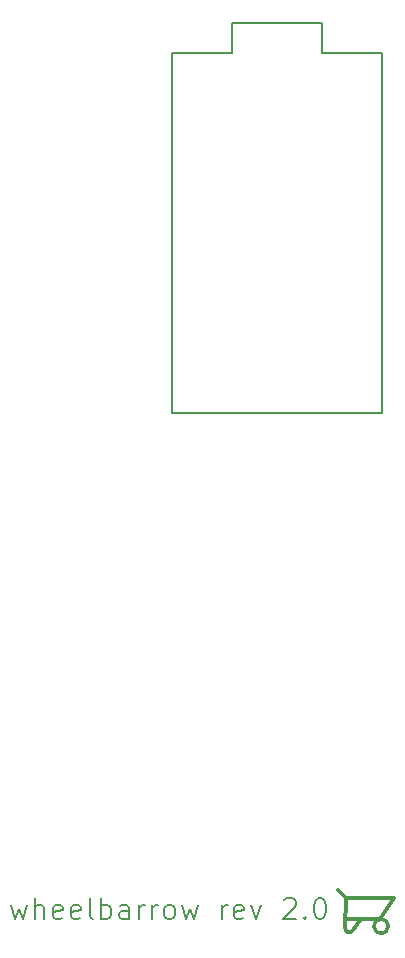
<source format=gbr>
G04 #@! TF.GenerationSoftware,KiCad,Pcbnew,(5.1.10)-1*
G04 #@! TF.CreationDate,2021-07-17T14:00:26+02:00*
G04 #@! TF.ProjectId,WheelBarrow Pro Micro,57686565-6c42-4617-9272-6f772050726f,rev?*
G04 #@! TF.SameCoordinates,Original*
G04 #@! TF.FileFunction,Legend,Top*
G04 #@! TF.FilePolarity,Positive*
%FSLAX46Y46*%
G04 Gerber Fmt 4.6, Leading zero omitted, Abs format (unit mm)*
G04 Created by KiCad (PCBNEW (5.1.10)-1) date 2021-07-17 14:00:26*
%MOMM*%
%LPD*%
G01*
G04 APERTURE LIST*
%ADD10C,0.300000*%
%ADD11C,0.203200*%
%ADD12C,0.150000*%
G04 APERTURE END LIST*
D10*
X364521750Y-215296750D02*
X363200950Y-215296750D01*
X366809863Y-215906350D02*
G75*
G03*
X366809863Y-215906350I-611713J0D01*
G01*
X363167606Y-216067282D02*
X363251750Y-213518750D01*
X363167636Y-216067046D02*
G75*
G03*
X363810549Y-216261949I338114J-42504D01*
G01*
X364521750Y-215296750D02*
X363810550Y-216261950D01*
X366147350Y-215296750D02*
X364521750Y-215296750D01*
X367315750Y-213518750D02*
X366147350Y-215296750D01*
X363251750Y-213518750D02*
X367264950Y-213518750D01*
X362540550Y-212807550D02*
X363251750Y-213518750D01*
D11*
X334856666Y-214122000D02*
X335195333Y-215307333D01*
X335534000Y-214460666D01*
X335872666Y-215307333D01*
X336211333Y-214122000D01*
X336888666Y-215307333D02*
X336888666Y-213529333D01*
X337650666Y-215307333D02*
X337650666Y-214376000D01*
X337566000Y-214206666D01*
X337396666Y-214122000D01*
X337142666Y-214122000D01*
X336973333Y-214206666D01*
X336888666Y-214291333D01*
X339174666Y-215222666D02*
X339005333Y-215307333D01*
X338666666Y-215307333D01*
X338497333Y-215222666D01*
X338412666Y-215053333D01*
X338412666Y-214376000D01*
X338497333Y-214206666D01*
X338666666Y-214122000D01*
X339005333Y-214122000D01*
X339174666Y-214206666D01*
X339259333Y-214376000D01*
X339259333Y-214545333D01*
X338412666Y-214714666D01*
X340698666Y-215222666D02*
X340529333Y-215307333D01*
X340190666Y-215307333D01*
X340021333Y-215222666D01*
X339936666Y-215053333D01*
X339936666Y-214376000D01*
X340021333Y-214206666D01*
X340190666Y-214122000D01*
X340529333Y-214122000D01*
X340698666Y-214206666D01*
X340783333Y-214376000D01*
X340783333Y-214545333D01*
X339936666Y-214714666D01*
X341799333Y-215307333D02*
X341630000Y-215222666D01*
X341545333Y-215053333D01*
X341545333Y-213529333D01*
X342476666Y-215307333D02*
X342476666Y-213529333D01*
X342476666Y-214206666D02*
X342646000Y-214122000D01*
X342984666Y-214122000D01*
X343154000Y-214206666D01*
X343238666Y-214291333D01*
X343323333Y-214460666D01*
X343323333Y-214968666D01*
X343238666Y-215138000D01*
X343154000Y-215222666D01*
X342984666Y-215307333D01*
X342646000Y-215307333D01*
X342476666Y-215222666D01*
X344847333Y-215307333D02*
X344847333Y-214376000D01*
X344762666Y-214206666D01*
X344593333Y-214122000D01*
X344254666Y-214122000D01*
X344085333Y-214206666D01*
X344847333Y-215222666D02*
X344678000Y-215307333D01*
X344254666Y-215307333D01*
X344085333Y-215222666D01*
X344000666Y-215053333D01*
X344000666Y-214884000D01*
X344085333Y-214714666D01*
X344254666Y-214630000D01*
X344678000Y-214630000D01*
X344847333Y-214545333D01*
X345694000Y-215307333D02*
X345694000Y-214122000D01*
X345694000Y-214460666D02*
X345778666Y-214291333D01*
X345863333Y-214206666D01*
X346032666Y-214122000D01*
X346202000Y-214122000D01*
X346794666Y-215307333D02*
X346794666Y-214122000D01*
X346794666Y-214460666D02*
X346879333Y-214291333D01*
X346964000Y-214206666D01*
X347133333Y-214122000D01*
X347302666Y-214122000D01*
X348149333Y-215307333D02*
X347980000Y-215222666D01*
X347895333Y-215138000D01*
X347810666Y-214968666D01*
X347810666Y-214460666D01*
X347895333Y-214291333D01*
X347980000Y-214206666D01*
X348149333Y-214122000D01*
X348403333Y-214122000D01*
X348572666Y-214206666D01*
X348657333Y-214291333D01*
X348742000Y-214460666D01*
X348742000Y-214968666D01*
X348657333Y-215138000D01*
X348572666Y-215222666D01*
X348403333Y-215307333D01*
X348149333Y-215307333D01*
X349334666Y-214122000D02*
X349673333Y-215307333D01*
X350012000Y-214460666D01*
X350350666Y-215307333D01*
X350689333Y-214122000D01*
X352721333Y-215307333D02*
X352721333Y-214122000D01*
X352721333Y-214460666D02*
X352806000Y-214291333D01*
X352890666Y-214206666D01*
X353060000Y-214122000D01*
X353229333Y-214122000D01*
X354499333Y-215222666D02*
X354330000Y-215307333D01*
X353991333Y-215307333D01*
X353822000Y-215222666D01*
X353737333Y-215053333D01*
X353737333Y-214376000D01*
X353822000Y-214206666D01*
X353991333Y-214122000D01*
X354330000Y-214122000D01*
X354499333Y-214206666D01*
X354584000Y-214376000D01*
X354584000Y-214545333D01*
X353737333Y-214714666D01*
X355176666Y-214122000D02*
X355600000Y-215307333D01*
X356023333Y-214122000D01*
X357970666Y-213698666D02*
X358055333Y-213614000D01*
X358224666Y-213529333D01*
X358648000Y-213529333D01*
X358817333Y-213614000D01*
X358902000Y-213698666D01*
X358986666Y-213868000D01*
X358986666Y-214037333D01*
X358902000Y-214291333D01*
X357886000Y-215307333D01*
X358986666Y-215307333D01*
X359748666Y-215138000D02*
X359833333Y-215222666D01*
X359748666Y-215307333D01*
X359664000Y-215222666D01*
X359748666Y-215138000D01*
X359748666Y-215307333D01*
X360934000Y-213529333D02*
X361103333Y-213529333D01*
X361272666Y-213614000D01*
X361357333Y-213698666D01*
X361442000Y-213868000D01*
X361526666Y-214206666D01*
X361526666Y-214630000D01*
X361442000Y-214968666D01*
X361357333Y-215138000D01*
X361272666Y-215222666D01*
X361103333Y-215307333D01*
X360934000Y-215307333D01*
X360764666Y-215222666D01*
X360680000Y-215138000D01*
X360595333Y-214968666D01*
X360510666Y-214630000D01*
X360510666Y-214206666D01*
X360595333Y-213868000D01*
X360680000Y-213698666D01*
X360764666Y-213614000D01*
X360934000Y-213529333D01*
D12*
X348538800Y-141986000D02*
X348538800Y-172466000D01*
X348538800Y-141986000D02*
X353618800Y-141986000D01*
X353618800Y-141986000D02*
X353618800Y-139446000D01*
X353618800Y-139446000D02*
X361238800Y-139446000D01*
X361238800Y-139446000D02*
X361238800Y-141986000D01*
X361238800Y-141986000D02*
X366318800Y-141986000D01*
X366318800Y-141986000D02*
X366318800Y-172466000D01*
X366318800Y-172466000D02*
X348538800Y-172466000D01*
M02*

</source>
